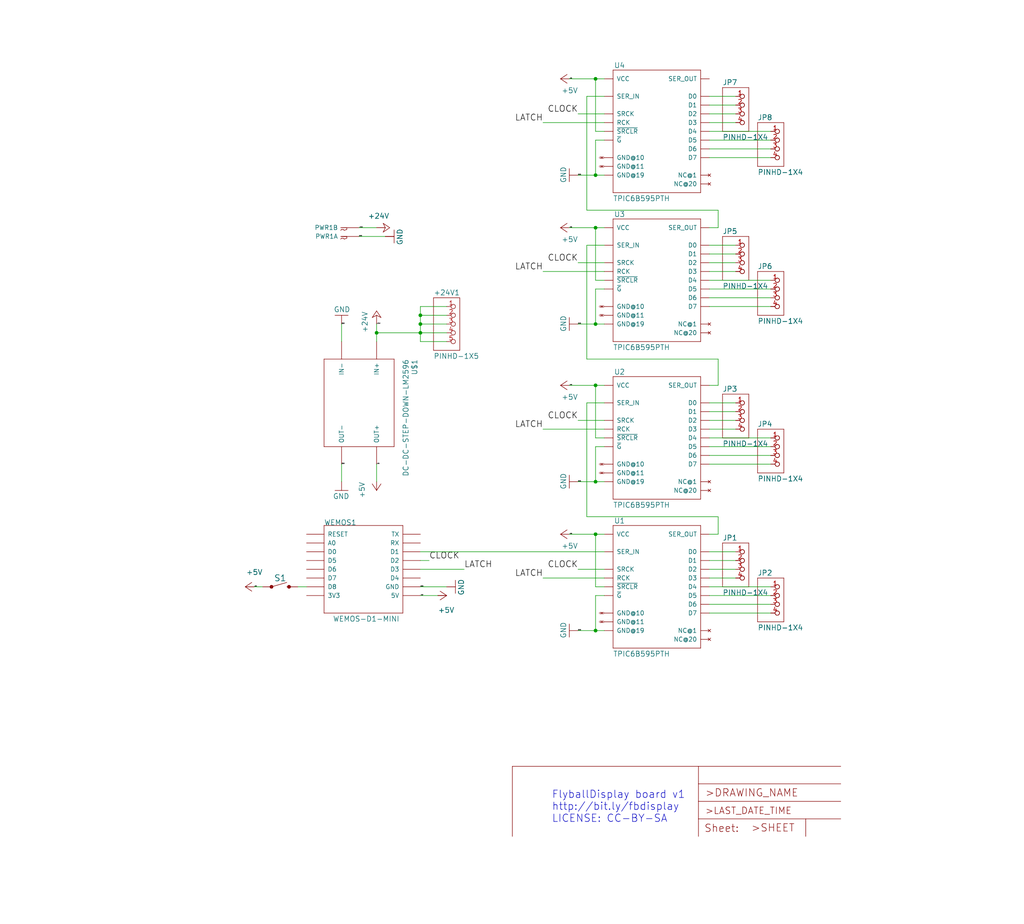
<source format=kicad_sch>
(kicad_sch (version 20211123) (generator eeschema)
  (paper "User" 297.002 268.046)
  (lib_symbols
    (symbol "FlyballDisplay-eagle-import:+24V" (power) (pin_names (offset 1.016))
      (property "Value" "+24V" (at -2.54 -5.08 90))
      (symbol "+24V_1_0"
        (polyline (pts (xy 0 0) (xy -1.27 -0.635)))
        (polyline (pts (xy 0 1.27) (xy -1.27 -0.635)))
        (polyline (pts (xy 1.27 -0.635) (xy 0 0)))
        (polyline (pts (xy 1.27 -0.635) (xy 0 1.27)))
        (pin power_in line (at 0 -2.54 90) (length 2.54) (name "+24V") (number "1"))
      )
    )
    (symbol "FlyballDisplay-eagle-import:+5V" (power) (pin_names (offset 1.016))
      (property "Value" "+5V" (at -2.54 -5.08 90))
      (symbol "+5V_1_0"
        (polyline (pts (xy 0 0) (xy -1.27 -1.905)))
        (polyline (pts (xy 1.27 -1.905) (xy 0 0)))
        (pin power_in line (at 0 -2.54 90) (length 2.54) (name "+5V") (number "1"))
      )
    )
    (symbol "FlyballDisplay-eagle-import:02-JST" (pin_names (offset 1.016))
      (symbol "02-JST_1_0"
        (polyline (pts (xy -1.524 0) (xy -1.524 0.508)))
        (polyline (pts (xy -1.524 0.508) (xy -0.762 0.762)))
        (polyline (pts (xy -0.762 0.762) (xy -0.508 0.508)))
        (polyline (pts (xy -0.508 0.508) (xy 0 0.508)))
        (polyline (pts (xy 0 0.508) (xy 0.254 0.762)))
        (polyline (pts (xy 0.254 0) (xy -1.524 0)))
        (pin passive line (at -5.08 0 0) (length 5.08) (name "1") (number "P$1"))
      )
      (symbol "02-JST_2_0"
        (polyline (pts (xy -1.524 0) (xy -1.524 0.508)))
        (polyline (pts (xy -1.524 0.508) (xy -0.762 0.762)))
        (polyline (pts (xy -0.762 0.762) (xy -0.508 0.508)))
        (polyline (pts (xy -0.508 0.508) (xy 0 0.508)))
        (polyline (pts (xy 0 0.508) (xy 0.254 0.762)))
        (polyline (pts (xy 0.254 0) (xy -1.524 0)))
        (pin passive line (at -5.08 0 0) (length 5.08) (name "1") (number "P$2"))
      )
    )
    (symbol "FlyballDisplay-eagle-import:A4P-LOC" (pin_names (offset 1.016))
      (symbol "A4P-LOC_1_0"
        (polyline (pts (xy 85.09 3.81) (xy 85.09 24.13)))
        (polyline (pts (xy 85.09 24.13) (xy 139.065 24.13)))
        (polyline (pts (xy 139.065 8.89) (xy 139.065 3.81)))
        (polyline (pts (xy 139.065 8.89) (xy 139.065 13.97)))
        (polyline (pts (xy 139.065 13.97) (xy 139.065 19.05)))
        (polyline (pts (xy 139.065 13.97) (xy 180.34 13.97)))
        (polyline (pts (xy 139.065 19.05) (xy 139.065 24.13)))
        (polyline (pts (xy 139.065 19.05) (xy 180.34 19.05)))
        (polyline (pts (xy 139.065 24.13) (xy 180.34 24.13)))
        (polyline (pts (xy 170.18 3.81) (xy 170.18 8.89)))
        (polyline (pts (xy 170.18 8.89) (xy 139.065 8.89)))
        (polyline (pts (xy 170.18 8.89) (xy 180.34 8.89)))
        (text ">DRAWING_NAME" (at 140.97 15.24 0) (effects (font (size 2.159 2.159)) (justify left bottom)))
        (text ">LAST_DATE_TIME" (at 140.97 10.16 0) (effects (font (size 1.9304 1.9304)) (justify left bottom)))
        (text ">SHEET" (at 154.305 5.08 0) (effects (font (size 2.159 2.159)) (justify left bottom)))
        (text "Sheet:" (at 140.716 4.953 0) (effects (font (size 2.159 2.159)) (justify left bottom)))
      )
    )
    (symbol "FlyballDisplay-eagle-import:DC-DC-STEP-DOWN-LM2596" (pin_names (offset 1.016))
      (property "Value" "DC-DC-STEP-DOWN-LM2596" (at -12.7 12.7 0))
      (symbol "DC-DC-STEP-DOWN-LM2596_1_0"
        (polyline (pts (xy -12.7 -10.16) (xy -12.7 10.16)))
        (polyline (pts (xy -12.7 10.16) (xy 12.7 10.16)))
        (polyline (pts (xy 12.7 -10.16) (xy -12.7 -10.16)))
        (polyline (pts (xy 12.7 10.16) (xy 12.7 -10.16)))
        (pin bidirectional line (at -17.78 5.08 0) (length 5.08) (name "IN+") (number "IN+"))
        (pin bidirectional line (at -17.78 -5.08 0) (length 5.08) (name "IN-") (number "IN-"))
        (pin bidirectional line (at 17.78 5.08 180) (length 5.08) (name "OUT+") (number "OUT+"))
        (pin bidirectional line (at 17.78 -5.08 180) (length 5.08) (name "OUT-") (number "OUT-"))
      )
    )
    (symbol "FlyballDisplay-eagle-import:GND" (power) (pin_names (offset 1.016))
      (property "Value" "GND" (at -2.54 -2.54 0))
      (symbol "GND_1_0"
        (polyline (pts (xy -1.905 0) (xy 1.905 0)))
        (pin power_in line (at 0 2.54 270) (length 2.54) (name "GND") (number "1"))
      )
    )
    (symbol "FlyballDisplay-eagle-import:MOMENTARY-SWITCH-SPST-SMD-6.2MM-TALL" (pin_names (offset 1.016))
      (property "Reference" "S" (at 0 1.524 0))
      (property "Value" "MOMENTARY-SWITCH-SPST-SMD-6.2MM-TALL" (at 0 -0.508 0))
      (symbol "MOMENTARY-SWITCH-SPST-SMD-6.2MM-TALL_1_0"
        (circle (center -2.54 0) (radius 0.127) (stroke (width 0.4064)))
        (polyline (pts (xy -2.54 0) (xy 1.905 1.27)))
        (polyline (pts (xy 1.905 0) (xy 2.54 0)))
        (circle (center 2.54 0) (radius 0.127) (stroke (width 0.4064)))
        (pin passive line (at -5.08 0 0) (length 2.54) (name "1") (number "A2"))
        (pin passive line (at 5.08 0 180) (length 2.54) (name "2") (number "B2"))
      )
    )
    (symbol "FlyballDisplay-eagle-import:PINHD-1X4" (pin_names (offset 1.016))
      (property "Reference" "JP" (at -6.35 8.255 0))
      (property "Value" "PINHD-1X4" (at -6.35 -7.62 0))
      (symbol "PINHD-1X4_1_0"
        (polyline (pts (xy -6.35 -5.08) (xy 1.27 -5.08)))
        (polyline (pts (xy -6.35 7.62) (xy -6.35 -5.08)))
        (polyline (pts (xy 1.27 -5.08) (xy 1.27 7.62)))
        (polyline (pts (xy 1.27 7.62) (xy -6.35 7.62)))
        (pin passive inverted (at -2.54 5.08 0) (length 2.54) (name "1") (number "1"))
        (pin passive inverted (at -2.54 2.54 0) (length 2.54) (name "2") (number "2"))
        (pin passive inverted (at -2.54 0 0) (length 2.54) (name "3") (number "3"))
        (pin passive inverted (at -2.54 -2.54 0) (length 2.54) (name "4") (number "4"))
      )
    )
    (symbol "FlyballDisplay-eagle-import:PINHD-1X5" (pin_names (offset 1.016))
      (property "Reference" "JP" (at -6.35 8.255 0))
      (property "Value" "PINHD-1X5" (at -6.35 -10.16 0))
      (symbol "PINHD-1X5_1_0"
        (polyline (pts (xy -6.35 -7.62) (xy 1.27 -7.62)))
        (polyline (pts (xy -6.35 7.62) (xy -6.35 -7.62)))
        (polyline (pts (xy 1.27 -7.62) (xy 1.27 7.62)))
        (polyline (pts (xy 1.27 7.62) (xy -6.35 7.62)))
        (pin passive inverted (at -2.54 5.08 0) (length 2.54) (name "1") (number "1"))
        (pin passive inverted (at -2.54 2.54 0) (length 2.54) (name "2") (number "2"))
        (pin passive inverted (at -2.54 0 0) (length 2.54) (name "3") (number "3"))
        (pin passive inverted (at -2.54 -2.54 0) (length 2.54) (name "4") (number "4"))
        (pin passive inverted (at -2.54 -5.08 0) (length 2.54) (name "5") (number "5"))
      )
    )
    (symbol "FlyballDisplay-eagle-import:TPIC6B595PTH" (pin_names (offset 1.016))
      (property "Reference" "U" (at -12.446 18.288 0))
      (property "Value" "TPIC6B595PTH" (at -12.7 -20.32 0))
      (symbol "TPIC6B595PTH_1_0"
        (polyline (pts (xy -12.7 -17.78) (xy -12.7 17.78)))
        (polyline (pts (xy -12.7 17.78) (xy 12.7 17.78)))
        (polyline (pts (xy 12.7 -17.78) (xy -12.7 -17.78)))
        (polyline (pts (xy 12.7 17.78) (xy 12.7 -17.78)))
        (pin no_connect line (at 15.24 -12.7 180) (length 2.54) (name "NC@1") (number "1"))
        (pin power_in line (at -15.24 -7.62 0) (length 2.54) (name "GND@10") (number "10"))
        (pin power_in line (at -15.24 -10.16 0) (length 2.54) (name "GND@11") (number "11"))
        (pin input line (at -15.24 2.54 0) (length 2.54) (name "RCK") (number "12"))
        (pin input line (at -15.24 5.08 0) (length 2.54) (name "SRCK") (number "13"))
        (pin output line (at 15.24 0 180) (length 2.54) (name "D4") (number "14"))
        (pin output line (at 15.24 -2.54 180) (length 2.54) (name "D5") (number "15"))
        (pin output line (at 15.24 -5.08 180) (length 2.54) (name "D6") (number "16"))
        (pin output line (at 15.24 -7.62 180) (length 2.54) (name "D7") (number "17"))
        (pin output line (at 15.24 15.24 180) (length 2.54) (name "SER_OUT") (number "18"))
        (pin power_in line (at -15.24 -12.7 0) (length 2.54) (name "GND@19") (number "19"))
        (pin power_in line (at -15.24 15.24 0) (length 2.54) (name "VCC") (number "2"))
        (pin no_connect line (at 15.24 -15.24 180) (length 2.54) (name "NC@20") (number "20"))
        (pin input line (at -15.24 10.16 0) (length 2.54) (name "SER_IN") (number "3"))
        (pin output line (at 15.24 10.16 180) (length 2.54) (name "D0") (number "4"))
        (pin output line (at 15.24 7.62 180) (length 2.54) (name "D1") (number "5"))
        (pin output line (at 15.24 5.08 180) (length 2.54) (name "D2") (number "6"))
        (pin output line (at 15.24 2.54 180) (length 2.54) (name "D3") (number "7"))
        (pin input line (at -15.24 0 0) (length 2.54) (name "~{SRCLR}") (number "8"))
        (pin input line (at -15.24 -2.54 0) (length 2.54) (name "~{G}") (number "9"))
      )
    )
    (symbol "FlyballDisplay-eagle-import:WEMOS-D1-MINI" (pin_names (offset 1.016))
      (property "Reference" "WEMOS" (at -10.16 12.7 0))
      (property "Value" "WEMOS-D1-MINI" (at -7.62 -15.24 0))
      (symbol "WEMOS-D1-MINI_1_0"
        (polyline (pts (xy -10.16 -12.7) (xy 12.7 -12.7)))
        (polyline (pts (xy -10.16 12.7) (xy -10.16 -12.7)))
        (polyline (pts (xy 12.7 -12.7) (xy 12.7 12.7)))
        (polyline (pts (xy 12.7 12.7) (xy -10.16 12.7)))
        (pin bidirectional line (at -15.24 -7.62 0) (length 5.08) (name "3V3") (number "3V3"))
        (pin bidirectional line (at 17.78 -7.62 180) (length 5.08) (name "5V") (number "5V"))
        (pin bidirectional line (at -15.24 7.62 0) (length 5.08) (name "A0") (number "A0"))
        (pin bidirectional line (at -15.24 5.08 0) (length 5.08) (name "D0") (number "D0"))
        (pin bidirectional line (at 17.78 5.08 180) (length 5.08) (name "D1") (number "D1"))
        (pin bidirectional line (at 17.78 2.54 180) (length 5.08) (name "D2") (number "D2"))
        (pin bidirectional line (at 17.78 0 180) (length 5.08) (name "D3") (number "D3"))
        (pin bidirectional line (at 17.78 -2.54 180) (length 5.08) (name "D4") (number "D4"))
        (pin bidirectional line (at -15.24 2.54 0) (length 5.08) (name "D5") (number "D5"))
        (pin bidirectional line (at -15.24 0 0) (length 5.08) (name "D6") (number "D6"))
        (pin bidirectional line (at -15.24 -2.54 0) (length 5.08) (name "D7") (number "D7"))
        (pin bidirectional line (at -15.24 -5.08 0) (length 5.08) (name "D8") (number "D8"))
        (pin bidirectional line (at 17.78 -5.08 180) (length 5.08) (name "GND") (number "GND"))
        (pin bidirectional line (at -15.24 10.16 0) (length 5.08) (name "RESET") (number "RESET"))
        (pin bidirectional line (at 17.78 7.62 180) (length 5.08) (name "RX") (number "RX"))
        (pin bidirectional line (at 17.78 10.16 180) (length 5.08) (name "TX") (number "TX"))
      )
    )
  )
  (junction (at 121.92 91.44))
  (junction (at 172.72 111.76))
  (junction (at 172.72 93.98))
  (junction (at 172.72 139.7))
  (junction (at 121.92 96.52))
  (junction (at 172.72 66.04))
  (junction (at 172.72 22.86))
  (junction (at 172.72 50.8))
  (junction (at 109.22 96.52))
  (junction (at 121.92 93.98))
  (junction (at 172.72 154.94))
  (junction (at 172.72 182.88))
  (wire (pts (xy 109.22 96.52) (xy 121.92 96.52)))
  (wire (pts (xy 175.26 129.54) (xy 172.72 129.54)))
  (wire (pts (xy 205.74 43.18) (xy 223.52 43.18)))
  (wire (pts (xy 205.74 172.72) (xy 223.52 172.72)))
  (wire (pts (xy 121.92 160.02) (xy 175.26 160.02)))
  (wire (pts (xy 175.26 124.46) (xy 157.48 124.46)))
  (wire (pts (xy 175.26 35.56) (xy 157.48 35.56)))
  (wire (pts (xy 121.92 170.18) (xy 129.54 170.18)))
  (wire (pts (xy 86.36 170.18) (xy 88.9 170.18)))
  (wire (pts (xy 208.28 111.76) (xy 208.28 104.14)))
  (wire (pts (xy 175.26 76.2) (xy 167.64 76.2)))
  (wire (pts (xy 205.74 132.08) (xy 223.52 132.08)))
  (wire (pts (xy 172.72 50.8) (xy 175.26 50.8)))
  (wire (pts (xy 172.72 22.86) (xy 175.26 22.86)))
  (wire (pts (xy 208.28 66.04) (xy 208.28 60.96)))
  (wire (pts (xy 205.74 45.72) (xy 223.52 45.72)))
  (wire (pts (xy 109.22 96.52) (xy 109.22 99.06)))
  (wire (pts (xy 205.74 88.9) (xy 223.52 88.9)))
  (wire (pts (xy 172.72 172.72) (xy 172.72 182.88)))
  (wire (pts (xy 205.74 162.56) (xy 213.36 162.56)))
  (wire (pts (xy 129.54 99.06) (xy 121.92 99.06)))
  (wire (pts (xy 172.72 38.1) (xy 172.72 22.86)))
  (wire (pts (xy 104.14 66.04) (xy 109.22 66.04)))
  (wire (pts (xy 175.26 40.64) (xy 172.72 40.64)))
  (wire (pts (xy 167.64 139.7) (xy 172.72 139.7)))
  (wire (pts (xy 205.74 116.84) (xy 213.36 116.84)))
  (wire (pts (xy 208.28 154.94) (xy 208.28 149.86)))
  (wire (pts (xy 170.18 104.14) (xy 170.18 71.12)))
  (wire (pts (xy 205.74 66.04) (xy 208.28 66.04)))
  (wire (pts (xy 172.72 66.04) (xy 175.26 66.04)))
  (wire (pts (xy 205.74 127) (xy 223.52 127)))
  (wire (pts (xy 205.74 111.76) (xy 208.28 111.76)))
  (wire (pts (xy 175.26 170.18) (xy 172.72 170.18)))
  (wire (pts (xy 205.74 175.26) (xy 223.52 175.26)))
  (wire (pts (xy 167.64 182.88) (xy 172.72 182.88)))
  (wire (pts (xy 121.92 172.72) (xy 127 172.72)))
  (wire (pts (xy 109.22 134.62) (xy 109.22 139.7)))
  (wire (pts (xy 205.74 167.64) (xy 213.36 167.64)))
  (wire (pts (xy 205.74 154.94) (xy 208.28 154.94)))
  (wire (pts (xy 129.54 96.52) (xy 121.92 96.52)))
  (wire (pts (xy 205.74 38.1) (xy 223.52 38.1)))
  (wire (pts (xy 121.92 91.44) (xy 129.54 91.44)))
  (wire (pts (xy 99.06 134.62) (xy 99.06 139.7)))
  (wire (pts (xy 205.74 121.92) (xy 213.36 121.92)))
  (wire (pts (xy 205.74 160.02) (xy 213.36 160.02)))
  (wire (pts (xy 172.72 81.28) (xy 172.72 66.04)))
  (wire (pts (xy 167.64 93.98) (xy 172.72 93.98)))
  (wire (pts (xy 170.18 116.84) (xy 175.26 116.84)))
  (wire (pts (xy 121.92 162.56) (xy 124.46 162.56)))
  (wire (pts (xy 172.72 127) (xy 172.72 111.76)))
  (wire (pts (xy 175.26 127) (xy 172.72 127)))
  (wire (pts (xy 205.74 119.38) (xy 213.36 119.38)))
  (wire (pts (xy 172.72 170.18) (xy 172.72 154.94)))
  (wire (pts (xy 172.72 83.82) (xy 172.72 93.98)))
  (wire (pts (xy 205.74 165.1) (xy 213.36 165.1)))
  (wire (pts (xy 205.74 134.62) (xy 223.52 134.62)))
  (wire (pts (xy 172.72 93.98) (xy 175.26 93.98)))
  (wire (pts (xy 170.18 71.12) (xy 175.26 71.12)))
  (wire (pts (xy 205.74 170.18) (xy 223.52 170.18)))
  (wire (pts (xy 121.92 165.1) (xy 134.62 165.1)))
  (wire (pts (xy 170.18 27.94) (xy 175.26 27.94)))
  (wire (pts (xy 205.74 124.46) (xy 213.36 124.46)))
  (wire (pts (xy 205.74 40.64) (xy 223.52 40.64)))
  (wire (pts (xy 121.92 99.06) (xy 121.92 96.52)))
  (wire (pts (xy 208.28 104.14) (xy 170.18 104.14)))
  (wire (pts (xy 175.26 83.82) (xy 172.72 83.82)))
  (wire (pts (xy 175.26 78.74) (xy 157.48 78.74)))
  (wire (pts (xy 121.92 93.98) (xy 121.92 91.44)))
  (wire (pts (xy 175.26 172.72) (xy 172.72 172.72)))
  (wire (pts (xy 121.92 88.9) (xy 129.54 88.9)))
  (wire (pts (xy 205.74 33.02) (xy 213.36 33.02)))
  (wire (pts (xy 172.72 129.54) (xy 172.72 139.7)))
  (wire (pts (xy 205.74 129.54) (xy 223.52 129.54)))
  (wire (pts (xy 73.66 170.18) (xy 76.2 170.18)))
  (wire (pts (xy 172.72 182.88) (xy 175.26 182.88)))
  (wire (pts (xy 205.74 81.28) (xy 223.52 81.28)))
  (wire (pts (xy 175.26 121.92) (xy 167.64 121.92)))
  (wire (pts (xy 104.14 68.58) (xy 111.76 68.58)))
  (wire (pts (xy 121.92 93.98) (xy 129.54 93.98)))
  (wire (pts (xy 205.74 73.66) (xy 213.36 73.66)))
  (wire (pts (xy 208.28 149.86) (xy 170.18 149.86)))
  (wire (pts (xy 172.72 40.64) (xy 172.72 50.8)))
  (wire (pts (xy 121.92 91.44) (xy 121.92 88.9)))
  (wire (pts (xy 172.72 154.94) (xy 175.26 154.94)))
  (wire (pts (xy 167.64 50.8) (xy 172.72 50.8)))
  (wire (pts (xy 170.18 60.96) (xy 170.18 27.94)))
  (wire (pts (xy 205.74 83.82) (xy 223.52 83.82)))
  (wire (pts (xy 205.74 86.36) (xy 223.52 86.36)))
  (wire (pts (xy 205.74 30.48) (xy 213.36 30.48)))
  (wire (pts (xy 205.74 177.8) (xy 223.52 177.8)))
  (wire (pts (xy 165.1 22.86) (xy 172.72 22.86)))
  (wire (pts (xy 175.26 167.64) (xy 157.48 167.64)))
  (wire (pts (xy 205.74 35.56) (xy 213.36 35.56)))
  (wire (pts (xy 99.06 93.98) (xy 99.06 99.06)))
  (wire (pts (xy 208.28 60.96) (xy 170.18 60.96)))
  (wire (pts (xy 172.72 139.7) (xy 175.26 139.7)))
  (wire (pts (xy 205.74 78.74) (xy 213.36 78.74)))
  (wire (pts (xy 175.26 38.1) (xy 172.72 38.1)))
  (wire (pts (xy 205.74 71.12) (xy 213.36 71.12)))
  (wire (pts (xy 172.72 111.76) (xy 175.26 111.76)))
  (wire (pts (xy 205.74 27.94) (xy 213.36 27.94)))
  (wire (pts (xy 165.1 111.76) (xy 172.72 111.76)))
  (wire (pts (xy 205.74 76.2) (xy 213.36 76.2)))
  (wire (pts (xy 175.26 81.28) (xy 172.72 81.28)))
  (wire (pts (xy 121.92 96.52) (xy 121.92 93.98)))
  (wire (pts (xy 165.1 66.04) (xy 172.72 66.04)))
  (wire (pts (xy 175.26 165.1) (xy 167.64 165.1)))
  (wire (pts (xy 170.18 149.86) (xy 170.18 116.84)))
  (wire (pts (xy 109.22 93.98) (xy 109.22 96.52)))
  (wire (pts (xy 165.1 154.94) (xy 172.72 154.94)))
  (wire (pts (xy 175.26 33.02) (xy 167.64 33.02)))
  (text "FlyballDisplay board v1\nhttp://bit.ly/fbdisplay\nLICENSE: CC-BY-SA" (at 160.02 238.76 0) (effects (font (size 2.159 2.159)) (justify left bottom)))
  (label "LATCH" (at 157.48 124.46 180) (effects (font (size 1.778 1.778))))
  (label "LATCH" (at 157.48 78.74 180) (effects (font (size 1.778 1.778))))
  (label "+24V" (at 109.22 93.98 0) (effects (font (size 0.254 0.254))))
  (label "+24V" (at 104.14 66.04 0) (effects (font (size 0.254 0.254))))
  (label "+5V" (at 165.1 22.86 0) (effects (font (size 0.254 0.254))))
  (label "GND" (at 99.06 134.62 0) (effects (font (size 0.254 0.254))))
  (label "+5V" (at 165.1 66.04 0) (effects (font (size 0.254 0.254))))
  (label "GND" (at 167.64 93.98 0) (effects (font (size 0.254 0.254))))
  (label "CLOCK" (at 167.64 76.2 180) (effects (font (size 1.778 1.778))))
  (label "+5V" (at 165.1 154.94 0) (effects (font (size 0.254 0.254))))
  (label "+5V" (at 165.1 111.76 0) (effects (font (size 0.254 0.254))))
  (label "CLOCK" (at 167.64 165.1 180) (effects (font (size 1.778 1.778))))
  (label "CLOCK" (at 124.46 162.56 0) (effects (font (size 1.778 1.778))))
  (label "GND" (at 167.64 182.88 0) (effects (font (size 0.254 0.254))))
  (label "LATCH" (at 134.62 165.1 0) (effects (font (size 1.778 1.778))))
  (label "CLOCK" (at 167.64 121.92 180) (effects (font (size 1.778 1.778))))
  (label "GND" (at 121.92 170.18 0) (effects (font (size 0.254 0.254))))
  (label "GND" (at 104.14 68.58 0) (effects (font (size 0.254 0.254))))
  (label "GND" (at 167.64 50.8 0) (effects (font (size 0.254 0.254))))
  (label "GND" (at 167.64 139.7 0) (effects (font (size 0.254 0.254))))
  (label "+5V" (at 109.22 134.62 0) (effects (font (size 0.254 0.254))))
  (label "+5V" (at 121.92 172.72 0) (effects (font (size 0.254 0.254))))
  (label "GND" (at 99.06 93.98 0) (effects (font (size 0.254 0.254))))
  (label "+5V" (at 73.66 170.18 0) (effects (font (size 0.254 0.254))))
  (label "LATCH" (at 157.48 167.64 180) (effects (font (size 1.778 1.778))))
  (label "CLOCK" (at 167.64 33.02 180) (effects (font (size 1.778 1.778))))
  (label "LATCH" (at 157.48 35.56 180) (effects (font (size 1.778 1.778))))
  (global_label "GND" (shape bidirectional) (at 175.26 91.44 180) (effects (font (size 0.254 0.254))) (property "Intersheet References" "${INTERSHEET_REFS}" (effects hide)))
  (global_label "GND" (shape bidirectional) (at 175.26 45.72 180) (effects (font (size 0.254 0.254))) (property "Intersheet References" "${INTERSHEET_REFS}" (effects hide)))
  (global_label "GND" (shape bidirectional) (at 175.26 88.9 180) (effects (font (size 0.254 0.254))) (property "Intersheet References" "${INTERSHEET_REFS}" (effects hide)))
  (global_label "GND" (shape bidirectional) (at 175.26 48.26 180) (effects (font (size 0.254 0.254))) (property "Intersheet References" "${INTERSHEET_REFS}" (effects hide)))
  (global_label "GND" (shape bidirectional) (at 175.26 177.8 180) (effects (font (size 0.254 0.254))) (property "Intersheet References" "${INTERSHEET_REFS}" (effects hide)))
  (global_label "GND" (shape bidirectional) (at 175.26 180.34 180) (effects (font (size 0.254 0.254))) (property "Intersheet References" "${INTERSHEET_REFS}" (effects hide)))
  (global_label "GND" (shape bidirectional) (at 175.26 137.16 180) (effects (font (size 0.254 0.254))) (property "Intersheet References" "${INTERSHEET_REFS}" (effects hide)))
  (global_label "GND" (shape bidirectional) (at 175.26 134.62 180) (effects (font (size 0.254 0.254))) (property "Intersheet References" "${INTERSHEET_REFS}" (effects hide)))
  (symbol (lib_id "FlyballDisplay-eagle-import:PINHD-1X5") (at 132.08 93.98 0) (unit 1)
    (property "Reference" "+24V1" (at 125.73 85.725 0) (effects (font (size 1.4986 1.4986)) (justify left bottom)))
    (property "Value" "PINHD-1X5" (at 125.73 104.14 0) (effects (font (size 1.4986 1.4986)) (justify left bottom)))
    (property "Footprint" "FlyballDisplay:1X05" (effects hide))
  )
  (symbol (lib_id "FlyballDisplay-eagle-import:PINHD-1X4") (at 215.9 76.2 0) (unit 1)
    (property "Reference" "JP5" (at 209.55 67.945 0) (effects (font (size 1.4986 1.4986)) (justify left bottom)))
    (property "Value" "PINHD-1X4" (at 209.55 83.82 0) (effects (font (size 1.4986 1.4986)) (justify left bottom)))
    (property "Footprint" "FlyballDisplay:1X04" (effects hide))
  )
  (symbol (lib_id "FlyballDisplay-eagle-import:PINHD-1X4") (at 215.9 165.1 0) (unit 1)
    (property "Reference" "JP1" (at 209.55 156.845 0) (effects (font (size 1.4986 1.4986)) (justify left bottom)))
    (property "Value" "PINHD-1X4" (at 209.55 172.72 0) (effects (font (size 1.4986 1.4986)) (justify left bottom)))
    (property "Footprint" "FlyballDisplay:1X04" (effects hide))
  )
  (symbol (lib_id "FlyballDisplay-eagle-import:GND") (at 165.1 50.8 270) (unit 1)
    (property "Reference" "#GND04" (effects hide))
    (property "Value" "GND" (at 162.56 48.26 0) (effects (font (size 1.4986 1.4986)) (justify left bottom)))
  )
  (symbol (lib_id "FlyballDisplay-eagle-import:PINHD-1X4") (at 226.06 132.08 0) (unit 1)
    (property "Reference" "JP4" (at 219.71 123.825 0) (effects (font (size 1.4986 1.4986)) (justify left bottom)))
    (property "Value" "PINHD-1X4" (at 219.71 139.7 0) (effects (font (size 1.4986 1.4986)) (justify left bottom)))
    (property "Footprint" "FlyballDisplay:1X04" (effects hide))
  )
  (symbol (lib_id "FlyballDisplay-eagle-import:GND") (at 165.1 93.98 270) (unit 1)
    (property "Reference" "#GND03" (effects hide))
    (property "Value" "GND" (at 162.56 91.44 0) (effects (font (size 1.4986 1.4986)) (justify left bottom)))
  )
  (symbol (lib_id "FlyballDisplay-eagle-import:PINHD-1X4") (at 226.06 43.18 0) (unit 1)
    (property "Reference" "JP8" (at 219.71 34.925 0) (effects (font (size 1.4986 1.4986)) (justify left bottom)))
    (property "Value" "PINHD-1X4" (at 219.71 50.8 0) (effects (font (size 1.4986 1.4986)) (justify left bottom)))
    (property "Footprint" "FlyballDisplay:1X04" (effects hide))
  )
  (symbol (lib_id "FlyballDisplay-eagle-import:02-JST") (at 99.06 68.58 180) (unit 1)
    (property "Reference" "PWR1" (at 98.044 67.818 0) (effects (font (size 1.2954 1.2954)) (justify left bottom)))
    (property "Value" "02-JST" (effects hide))
    (property "Footprint" "Connector_JST:JST_XH_B2B-XH-A_1x02_P2.50mm_Vertical" (effects hide))
  )
  (symbol (lib_id "FlyballDisplay-eagle-import:02-JST") (at 99.06 66.04 180) (unit 2)
    (property "Reference" "PWR1" (at 98.044 65.278 0) (effects (font (size 1.2954 1.2954)) (justify left bottom)))
    (property "Value" "02-JST" (effects hide))
    (property "Footprint" "Connector_JST:JST_XH_B2B-XH-A_1x02_P2.50mm_Vertical" (effects hide))
  )
  (symbol (lib_id "FlyballDisplay-eagle-import:GND") (at 165.1 139.7 270) (unit 1)
    (property "Reference" "#GND02" (effects hide))
    (property "Value" "GND" (at 162.56 137.16 0) (effects (font (size 1.4986 1.4986)) (justify left bottom)))
  )
  (symbol (lib_id "FlyballDisplay-eagle-import:+5V") (at 71.12 170.18 90) (unit 1)
    (property "Reference" "#P+03" (effects hide))
    (property "Value" "+5V" (at 76.2 165.1 90) (effects (font (size 1.4986 1.4986)) (justify left bottom)))
  )
  (symbol (lib_id "FlyballDisplay-eagle-import:+24V") (at 109.22 91.44 0) (unit 1)
    (property "Reference" "#P+011" (effects hide))
    (property "Value" "+24V" (at 106.68 96.52 90) (effects (font (size 1.4986 1.4986)) (justify left bottom)))
  )
  (symbol (lib_id "FlyballDisplay-eagle-import:TPIC6B595PTH") (at 190.5 127 0) (unit 1)
    (property "Reference" "U2" (at 178.054 108.712 0) (effects (font (size 1.4986 1.4986)) (justify left bottom)))
    (property "Value" "TPIC6B595PTH" (at 177.8 147.32 0) (effects (font (size 1.4986 1.4986)) (justify left bottom)))
    (property "Footprint" "FlyballDisplay:DIL20" (effects hide))
  )
  (symbol (lib_id "FlyballDisplay-eagle-import:+5V") (at 162.56 66.04 90) (unit 1)
    (property "Reference" "#P+05" (effects hide))
    (property "Value" "+5V" (at 167.64 68.58 90) (effects (font (size 1.4986 1.4986)) (justify left bottom)))
  )
  (symbol (lib_id "FlyballDisplay-eagle-import:GND") (at 132.08 170.18 90) (unit 1)
    (property "Reference" "#GND05" (effects hide))
    (property "Value" "GND" (at 134.62 172.72 0) (effects (font (size 1.4986 1.4986)) (justify left bottom)))
  )
  (symbol (lib_id "FlyballDisplay-eagle-import:+5V") (at 162.56 154.94 90) (unit 1)
    (property "Reference" "#P+02" (effects hide))
    (property "Value" "+5V" (at 167.64 157.48 90) (effects (font (size 1.4986 1.4986)) (justify left bottom)))
  )
  (symbol (lib_id "FlyballDisplay-eagle-import:+5V") (at 109.22 142.24 180) (unit 1)
    (property "Reference" "#P+010" (effects hide))
    (property "Value" "+5V" (at 104.14 139.7 90) (effects (font (size 1.4986 1.4986)) (justify left bottom)))
  )
  (symbol (lib_id "FlyballDisplay-eagle-import:+5V") (at 162.56 111.76 90) (unit 1)
    (property "Reference" "#P+01" (effects hide))
    (property "Value" "+5V" (at 167.64 114.3 90) (effects (font (size 1.4986 1.4986)) (justify left bottom)))
  )
  (symbol (lib_id "FlyballDisplay-eagle-import:MOMENTARY-SWITCH-SPST-SMD-6.2MM-TALL") (at 81.28 170.18 0) (unit 1)
    (property "Reference" "S1" (at 81.28 168.656 0) (effects (font (size 1.778 1.778)) (justify bottom)))
    (property "Value" "MOMENTARY-SWITCH-SPST-SMD-6.2MM-TALL" (effects hide))
    (property "Footprint" "FlyballDisplay:TACTILE_SWITCH_SMD_6.2MM_TALL" (effects hide))
  )
  (symbol (lib_id "FlyballDisplay-eagle-import:PINHD-1X4") (at 215.9 121.92 0) (unit 1)
    (property "Reference" "JP3" (at 209.55 113.665 0) (effects (font (size 1.4986 1.4986)) (justify left bottom)))
    (property "Value" "PINHD-1X4" (at 209.55 129.54 0) (effects (font (size 1.4986 1.4986)) (justify left bottom)))
    (property "Footprint" "FlyballDisplay:1X04" (effects hide))
  )
  (symbol (lib_id "FlyballDisplay-eagle-import:WEMOS-D1-MINI") (at 104.14 165.1 0) (unit 1)
    (property "Reference" "WEMOS1" (at 93.98 152.4 0) (effects (font (size 1.4986 1.4986)) (justify left bottom)))
    (property "Value" "WEMOS-D1-MINI" (at 96.52 180.34 0) (effects (font (size 1.4986 1.4986)) (justify left bottom)))
    (property "Footprint" "FlyballDisplay:WEMOS-D1-MINI" (effects hide))
  )
  (symbol (lib_id "FlyballDisplay-eagle-import:DC-DC-STEP-DOWN-LM2596") (at 104.14 116.84 270) (unit 1)
    (property "Reference" "U$1" (at 119.38 104.14 0) (effects (font (size 1.4986 1.4986)) (justify left bottom)))
    (property "Value" "DC-DC-STEP-DOWN-LM2596" (at 116.84 104.14 0) (effects (font (size 1.4986 1.4986)) (justify left bottom)))
    (property "Footprint" "FlyballDisplay:DC-DC-STEP-DOWN-LM2596" (effects hide))
  )
  (symbol (lib_id "FlyballDisplay-eagle-import:GND") (at 165.1 182.88 270) (unit 1)
    (property "Reference" "#GND01" (effects hide))
    (property "Value" "GND" (at 162.56 180.34 0) (effects (font (size 1.4986 1.4986)) (justify left bottom)))
  )
  (symbol (lib_id "FlyballDisplay-eagle-import:TPIC6B595PTH") (at 190.5 170.18 0) (unit 1)
    (property "Reference" "U1" (at 178.054 151.892 0) (effects (font (size 1.4986 1.4986)) (justify left bottom)))
    (property "Value" "TPIC6B595PTH" (at 177.8 190.5 0) (effects (font (size 1.4986 1.4986)) (justify left bottom)))
    (property "Footprint" "FlyballDisplay:DIL20" (effects hide))
  )
  (symbol (lib_id "FlyballDisplay-eagle-import:PINHD-1X4") (at 226.06 86.36 0) (unit 1)
    (property "Reference" "JP6" (at 219.71 78.105 0) (effects (font (size 1.4986 1.4986)) (justify left bottom)))
    (property "Value" "PINHD-1X4" (at 219.71 93.98 0) (effects (font (size 1.4986 1.4986)) (justify left bottom)))
    (property "Footprint" "FlyballDisplay:1X04" (effects hide))
  )
  (symbol (lib_id "FlyballDisplay-eagle-import:TPIC6B595PTH") (at 190.5 38.1 0) (unit 1)
    (property "Reference" "U4" (at 178.054 19.812 0) (effects (font (size 1.4986 1.4986)) (justify left bottom)))
    (property "Value" "TPIC6B595PTH" (at 177.8 58.42 0) (effects (font (size 1.4986 1.4986)) (justify left bottom)))
    (property "Footprint" "FlyballDisplay:DIL20" (effects hide))
  )
  (symbol (lib_id "FlyballDisplay-eagle-import:PINHD-1X4") (at 215.9 33.02 0) (unit 1)
    (property "Reference" "JP7" (at 209.55 24.765 0) (effects (font (size 1.4986 1.4986)) (justify left bottom)))
    (property "Value" "PINHD-1X4" (at 209.55 40.64 0) (effects (font (size 1.4986 1.4986)) (justify left bottom)))
    (property "Footprint" "FlyballDisplay:1X04" (effects hide))
  )
  (symbol (lib_id "FlyballDisplay-eagle-import:PINHD-1X4") (at 226.06 175.26 0) (unit 1)
    (property "Reference" "JP2" (at 219.71 167.005 0) (effects (font (size 1.4986 1.4986)) (justify left bottom)))
    (property "Value" "PINHD-1X4" (at 219.71 182.88 0) (effects (font (size 1.4986 1.4986)) (justify left bottom)))
    (property "Footprint" "FlyballDisplay:1X04" (effects hide))
  )
  (symbol (lib_id "FlyballDisplay-eagle-import:+24V") (at 111.76 66.04 270) (unit 1)
    (property "Reference" "#P+012" (effects hide))
    (property "Value" "+24V" (at 106.68 63.5 90) (effects (font (size 1.4986 1.4986)) (justify left bottom)))
  )
  (symbol (lib_id "FlyballDisplay-eagle-import:GND") (at 99.06 91.44 180) (unit 1)
    (property "Reference" "#GND07" (effects hide))
    (property "Value" "GND" (at 101.6 88.9 0) (effects (font (size 1.4986 1.4986)) (justify left bottom)))
  )
  (symbol (lib_id "FlyballDisplay-eagle-import:TPIC6B595PTH") (at 190.5 81.28 0) (unit 1)
    (property "Reference" "U3" (at 178.054 62.992 0) (effects (font (size 1.4986 1.4986)) (justify left bottom)))
    (property "Value" "TPIC6B595PTH" (at 177.8 101.6 0) (effects (font (size 1.4986 1.4986)) (justify left bottom)))
    (property "Footprint" "FlyballDisplay:DIL20" (effects hide))
  )
  (symbol (lib_id "FlyballDisplay-eagle-import:A4P-LOC") (at 63.5 246.38 0) (unit 1)
    (property "Reference" "#FRAME1" (effects hide))
    (property "Value" "A4P-LOC" (effects hide))
  )
  (symbol (lib_id "FlyballDisplay-eagle-import:+5V") (at 129.54 172.72 270) (unit 1)
    (property "Reference" "#P+09" (effects hide))
    (property "Value" "+5V" (at 127 177.8 90) (effects (font (size 1.4986 1.4986)) (justify left bottom)))
  )
  (symbol (lib_id "FlyballDisplay-eagle-import:GND") (at 114.3 68.58 90) (unit 1)
    (property "Reference" "#GND08" (effects hide))
    (property "Value" "GND" (at 116.84 71.12 0) (effects (font (size 1.4986 1.4986)) (justify left bottom)))
  )
  (symbol (lib_id "FlyballDisplay-eagle-import:GND") (at 99.06 142.24 0) (unit 1)
    (property "Reference" "#GND06" (effects hide))
    (property "Value" "GND" (at 96.52 144.78 0) (effects (font (size 1.4986 1.4986)) (justify left bottom)))
  )
  (symbol (lib_id "FlyballDisplay-eagle-import:+5V") (at 162.56 22.86 90) (unit 1)
    (property "Reference" "#P+07" (effects hide))
    (property "Value" "+5V" (at 167.64 25.4 90) (effects (font (size 1.4986 1.4986)) (justify left bottom)))
  )
)
</source>
